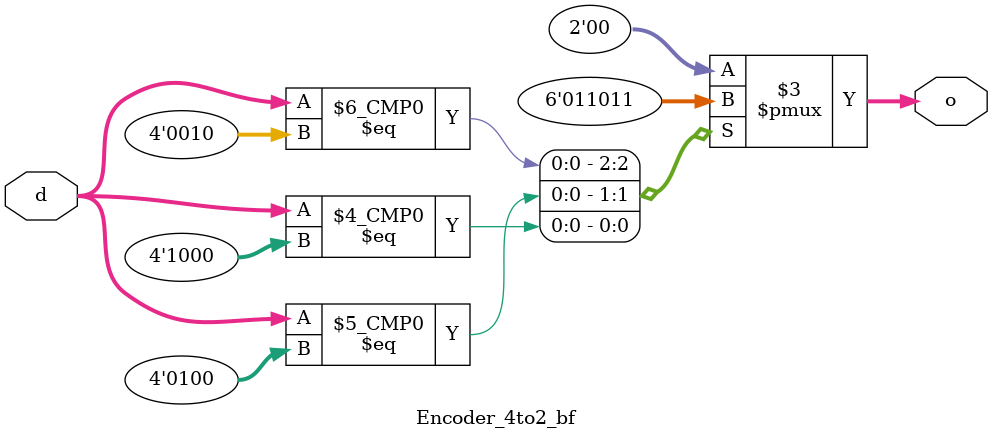
<source format=v>
`timescale 1ns / 1ps


module Encoder_4to2_bf(o,d);
input [3:0]d;
output [1:0]o;
reg [1:0]o;

always @ (o,d)
case(d)
4'b0001:begin o=2'b00; end
4'b0010:begin o=2'b01; end
4'b0100:begin o=2'b10; end
4'b1000:begin o=2'b11; end
default:begin o=2'b00; end 
endcase
endmodule

</source>
